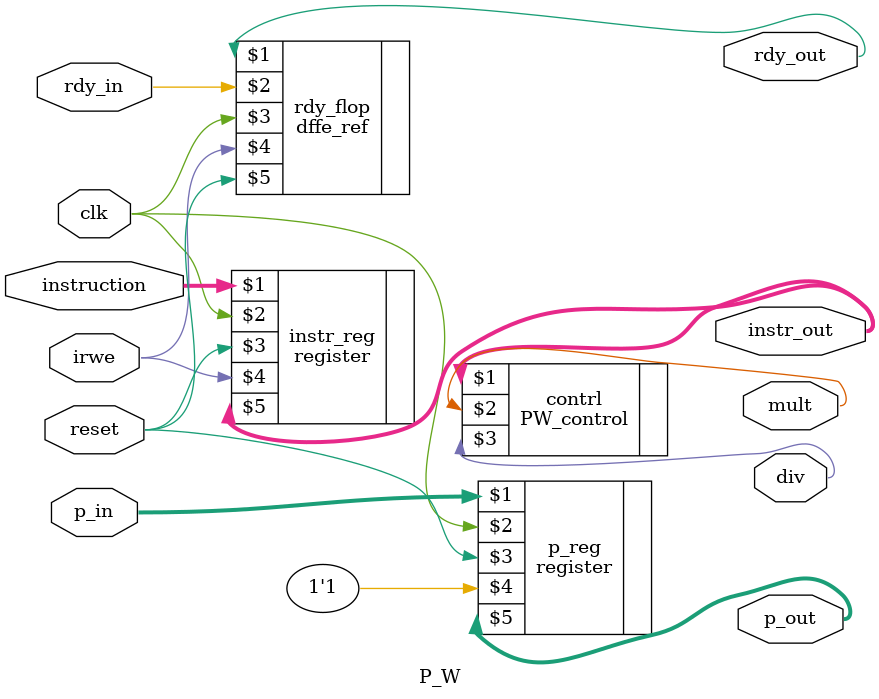
<source format=v>
module P_W(input [31:0] p_in, instruction, input clk, reset, irwe, rdy_in, output[31:0] p_out, instr_out, output mult, div, rdy_out);
    register instr_reg(instruction, clk, reset, irwe, instr_out);
    register p_reg(p_in, clk, reset, 1'b1, p_out);
    PW_control contrl(instr_out, mult, div);
    dffe_ref rdy_flop(rdy_out, rdy_in, clk, irwe, reset);
endmodule
</source>
